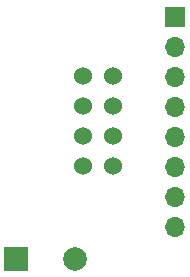
<source format=gts>
%TF.GenerationSoftware,KiCad,Pcbnew,(5.1.9)-1*%
%TF.CreationDate,2021-10-24T01:50:07-04:00*%
%TF.ProjectId,nRF24_Breakout,6e524632-345f-4427-9265-616b6f75742e,1.0*%
%TF.SameCoordinates,Original*%
%TF.FileFunction,Soldermask,Top*%
%TF.FilePolarity,Negative*%
%FSLAX46Y46*%
G04 Gerber Fmt 4.6, Leading zero omitted, Abs format (unit mm)*
G04 Created by KiCad (PCBNEW (5.1.9)-1) date 2021-10-24 01:50:07*
%MOMM*%
%LPD*%
G01*
G04 APERTURE LIST*
%ADD10O,1.700000X1.700000*%
%ADD11R,1.700000X1.700000*%
%ADD12C,1.524000*%
%ADD13R,2.000000X2.000000*%
%ADD14C,2.000000*%
G04 APERTURE END LIST*
D10*
%TO.C,J1*%
X151892000Y-107284000D03*
X151892000Y-104744000D03*
X151892000Y-102204000D03*
X151892000Y-99664000D03*
X151892000Y-97124000D03*
X151892000Y-94584000D03*
X151892000Y-92044000D03*
D11*
X151892000Y-89504000D03*
%TD*%
D12*
%TO.C,U1*%
X146618001Y-99568000D03*
X146618001Y-97028000D03*
X146618001Y-94488000D03*
X144078001Y-94488000D03*
X144078001Y-97028000D03*
X144078001Y-99568000D03*
X144078001Y-102108000D03*
X146618001Y-102108000D03*
%TD*%
D13*
%TO.C,C1*%
X138430000Y-109982000D03*
D14*
X143430000Y-109982000D03*
%TD*%
M02*

</source>
